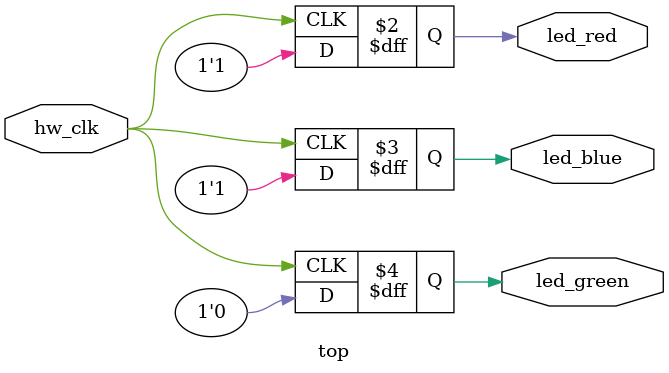
<source format=v>
module top (
    output reg led_red,
    output reg led_blue,
    output reg led_green,
    input hw_clk
);

always @(posedge hw_clk) begin
    led_red <= 1'b1;    // Red LED OFF
    led_blue <= 1'b1;   // Blue LED OFF
    led_green <= 1'b0;  // Green LED ON
end

endmodule

</source>
